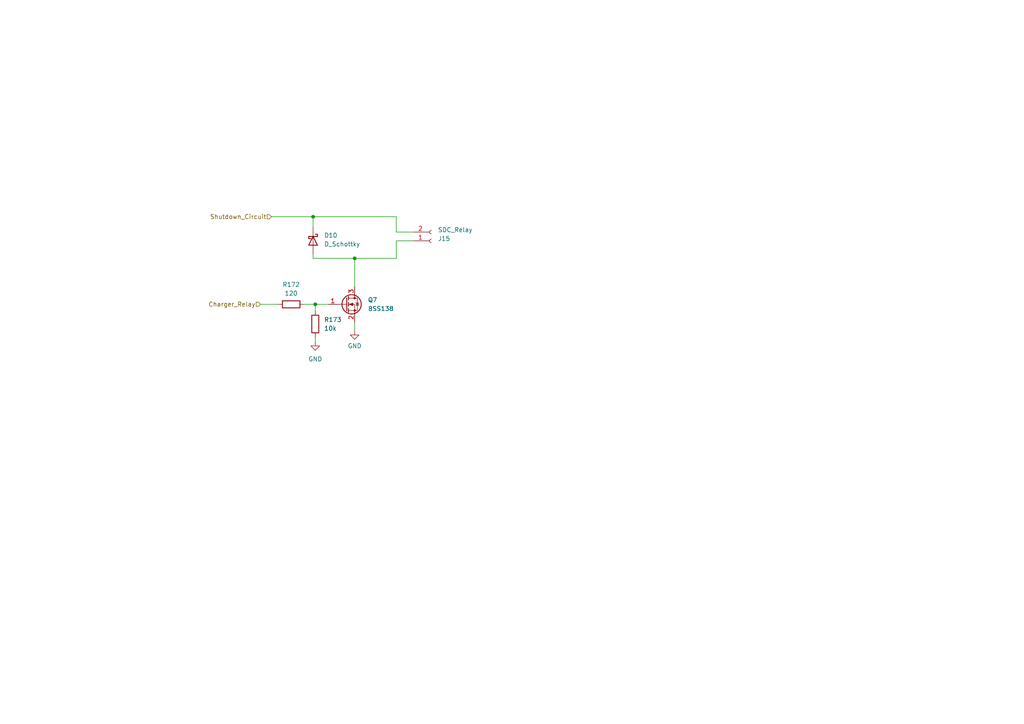
<source format=kicad_sch>
(kicad_sch (version 20230121) (generator eeschema)

  (uuid fe6cb174-9f9c-4473-88de-07e9b7e58eed)

  (paper "A4")

  (lib_symbols
    (symbol "Connector:Conn_01x02_Socket" (pin_names (offset 1.016) hide) (in_bom yes) (on_board yes)
      (property "Reference" "J" (at 0 2.54 0)
        (effects (font (size 1.27 1.27)))
      )
      (property "Value" "Conn_01x02_Socket" (at 0 -5.08 0)
        (effects (font (size 1.27 1.27)))
      )
      (property "Footprint" "" (at 0 0 0)
        (effects (font (size 1.27 1.27)) hide)
      )
      (property "Datasheet" "~" (at 0 0 0)
        (effects (font (size 1.27 1.27)) hide)
      )
      (property "ki_locked" "" (at 0 0 0)
        (effects (font (size 1.27 1.27)))
      )
      (property "ki_keywords" "connector" (at 0 0 0)
        (effects (font (size 1.27 1.27)) hide)
      )
      (property "ki_description" "Generic connector, single row, 01x02, script generated" (at 0 0 0)
        (effects (font (size 1.27 1.27)) hide)
      )
      (property "ki_fp_filters" "Connector*:*_1x??_*" (at 0 0 0)
        (effects (font (size 1.27 1.27)) hide)
      )
      (symbol "Conn_01x02_Socket_1_1"
        (arc (start 0 -2.032) (mid -0.5058 -2.54) (end 0 -3.048)
          (stroke (width 0.1524) (type default))
          (fill (type none))
        )
        (polyline
          (pts
            (xy -1.27 -2.54)
            (xy -0.508 -2.54)
          )
          (stroke (width 0.1524) (type default))
          (fill (type none))
        )
        (polyline
          (pts
            (xy -1.27 0)
            (xy -0.508 0)
          )
          (stroke (width 0.1524) (type default))
          (fill (type none))
        )
        (arc (start 0 0.508) (mid -0.5058 0) (end 0 -0.508)
          (stroke (width 0.1524) (type default))
          (fill (type none))
        )
        (pin passive line (at -5.08 0 0) (length 3.81)
          (name "Pin_1" (effects (font (size 1.27 1.27))))
          (number "1" (effects (font (size 1.27 1.27))))
        )
        (pin passive line (at -5.08 -2.54 0) (length 3.81)
          (name "Pin_2" (effects (font (size 1.27 1.27))))
          (number "2" (effects (font (size 1.27 1.27))))
        )
      )
    )
    (symbol "Device:D_Schottky" (pin_numbers hide) (pin_names (offset 1.016) hide) (in_bom yes) (on_board yes)
      (property "Reference" "D" (at 0 2.54 0)
        (effects (font (size 1.27 1.27)))
      )
      (property "Value" "D_Schottky" (at 0 -2.54 0)
        (effects (font (size 1.27 1.27)))
      )
      (property "Footprint" "" (at 0 0 0)
        (effects (font (size 1.27 1.27)) hide)
      )
      (property "Datasheet" "~" (at 0 0 0)
        (effects (font (size 1.27 1.27)) hide)
      )
      (property "ki_keywords" "diode Schottky" (at 0 0 0)
        (effects (font (size 1.27 1.27)) hide)
      )
      (property "ki_description" "Schottky diode" (at 0 0 0)
        (effects (font (size 1.27 1.27)) hide)
      )
      (property "ki_fp_filters" "TO-???* *_Diode_* *SingleDiode* D_*" (at 0 0 0)
        (effects (font (size 1.27 1.27)) hide)
      )
      (symbol "D_Schottky_0_1"
        (polyline
          (pts
            (xy 1.27 0)
            (xy -1.27 0)
          )
          (stroke (width 0) (type default))
          (fill (type none))
        )
        (polyline
          (pts
            (xy 1.27 1.27)
            (xy 1.27 -1.27)
            (xy -1.27 0)
            (xy 1.27 1.27)
          )
          (stroke (width 0.254) (type default))
          (fill (type none))
        )
        (polyline
          (pts
            (xy -1.905 0.635)
            (xy -1.905 1.27)
            (xy -1.27 1.27)
            (xy -1.27 -1.27)
            (xy -0.635 -1.27)
            (xy -0.635 -0.635)
          )
          (stroke (width 0.254) (type default))
          (fill (type none))
        )
      )
      (symbol "D_Schottky_1_1"
        (pin passive line (at -3.81 0 0) (length 2.54)
          (name "K" (effects (font (size 1.27 1.27))))
          (number "1" (effects (font (size 1.27 1.27))))
        )
        (pin passive line (at 3.81 0 180) (length 2.54)
          (name "A" (effects (font (size 1.27 1.27))))
          (number "2" (effects (font (size 1.27 1.27))))
        )
      )
    )
    (symbol "Device:R" (pin_numbers hide) (pin_names (offset 0)) (in_bom yes) (on_board yes)
      (property "Reference" "R" (at 2.032 0 90)
        (effects (font (size 1.27 1.27)))
      )
      (property "Value" "R" (at 0 0 90)
        (effects (font (size 1.27 1.27)))
      )
      (property "Footprint" "" (at -1.778 0 90)
        (effects (font (size 1.27 1.27)) hide)
      )
      (property "Datasheet" "~" (at 0 0 0)
        (effects (font (size 1.27 1.27)) hide)
      )
      (property "ki_keywords" "R res resistor" (at 0 0 0)
        (effects (font (size 1.27 1.27)) hide)
      )
      (property "ki_description" "Resistor" (at 0 0 0)
        (effects (font (size 1.27 1.27)) hide)
      )
      (property "ki_fp_filters" "R_*" (at 0 0 0)
        (effects (font (size 1.27 1.27)) hide)
      )
      (symbol "R_0_1"
        (rectangle (start -1.016 -2.54) (end 1.016 2.54)
          (stroke (width 0.254) (type default))
          (fill (type none))
        )
      )
      (symbol "R_1_1"
        (pin passive line (at 0 3.81 270) (length 1.27)
          (name "~" (effects (font (size 1.27 1.27))))
          (number "1" (effects (font (size 1.27 1.27))))
        )
        (pin passive line (at 0 -3.81 90) (length 1.27)
          (name "~" (effects (font (size 1.27 1.27))))
          (number "2" (effects (font (size 1.27 1.27))))
        )
      )
    )
    (symbol "Transistor_FET:BSS138" (pin_names hide) (in_bom yes) (on_board yes)
      (property "Reference" "Q" (at 5.08 1.905 0)
        (effects (font (size 1.27 1.27)) (justify left))
      )
      (property "Value" "BSS138" (at 5.08 0 0)
        (effects (font (size 1.27 1.27)) (justify left))
      )
      (property "Footprint" "Package_TO_SOT_SMD:SOT-23" (at 5.08 -1.905 0)
        (effects (font (size 1.27 1.27) italic) (justify left) hide)
      )
      (property "Datasheet" "https://www.onsemi.com/pub/Collateral/BSS138-D.PDF" (at 0 0 0)
        (effects (font (size 1.27 1.27)) (justify left) hide)
      )
      (property "ki_keywords" "N-Channel MOSFET" (at 0 0 0)
        (effects (font (size 1.27 1.27)) hide)
      )
      (property "ki_description" "50V Vds, 0.22A Id, N-Channel MOSFET, SOT-23" (at 0 0 0)
        (effects (font (size 1.27 1.27)) hide)
      )
      (property "ki_fp_filters" "SOT?23*" (at 0 0 0)
        (effects (font (size 1.27 1.27)) hide)
      )
      (symbol "BSS138_0_1"
        (polyline
          (pts
            (xy 0.254 0)
            (xy -2.54 0)
          )
          (stroke (width 0) (type default))
          (fill (type none))
        )
        (polyline
          (pts
            (xy 0.254 1.905)
            (xy 0.254 -1.905)
          )
          (stroke (width 0.254) (type default))
          (fill (type none))
        )
        (polyline
          (pts
            (xy 0.762 -1.27)
            (xy 0.762 -2.286)
          )
          (stroke (width 0.254) (type default))
          (fill (type none))
        )
        (polyline
          (pts
            (xy 0.762 0.508)
            (xy 0.762 -0.508)
          )
          (stroke (width 0.254) (type default))
          (fill (type none))
        )
        (polyline
          (pts
            (xy 0.762 2.286)
            (xy 0.762 1.27)
          )
          (stroke (width 0.254) (type default))
          (fill (type none))
        )
        (polyline
          (pts
            (xy 2.54 2.54)
            (xy 2.54 1.778)
          )
          (stroke (width 0) (type default))
          (fill (type none))
        )
        (polyline
          (pts
            (xy 2.54 -2.54)
            (xy 2.54 0)
            (xy 0.762 0)
          )
          (stroke (width 0) (type default))
          (fill (type none))
        )
        (polyline
          (pts
            (xy 0.762 -1.778)
            (xy 3.302 -1.778)
            (xy 3.302 1.778)
            (xy 0.762 1.778)
          )
          (stroke (width 0) (type default))
          (fill (type none))
        )
        (polyline
          (pts
            (xy 1.016 0)
            (xy 2.032 0.381)
            (xy 2.032 -0.381)
            (xy 1.016 0)
          )
          (stroke (width 0) (type default))
          (fill (type outline))
        )
        (polyline
          (pts
            (xy 2.794 0.508)
            (xy 2.921 0.381)
            (xy 3.683 0.381)
            (xy 3.81 0.254)
          )
          (stroke (width 0) (type default))
          (fill (type none))
        )
        (polyline
          (pts
            (xy 3.302 0.381)
            (xy 2.921 -0.254)
            (xy 3.683 -0.254)
            (xy 3.302 0.381)
          )
          (stroke (width 0) (type default))
          (fill (type none))
        )
        (circle (center 1.651 0) (radius 2.794)
          (stroke (width 0.254) (type default))
          (fill (type none))
        )
        (circle (center 2.54 -1.778) (radius 0.254)
          (stroke (width 0) (type default))
          (fill (type outline))
        )
        (circle (center 2.54 1.778) (radius 0.254)
          (stroke (width 0) (type default))
          (fill (type outline))
        )
      )
      (symbol "BSS138_1_1"
        (pin input line (at -5.08 0 0) (length 2.54)
          (name "G" (effects (font (size 1.27 1.27))))
          (number "1" (effects (font (size 1.27 1.27))))
        )
        (pin passive line (at 2.54 -5.08 90) (length 2.54)
          (name "S" (effects (font (size 1.27 1.27))))
          (number "2" (effects (font (size 1.27 1.27))))
        )
        (pin passive line (at 2.54 5.08 270) (length 2.54)
          (name "D" (effects (font (size 1.27 1.27))))
          (number "3" (effects (font (size 1.27 1.27))))
        )
      )
    )
    (symbol "power:GND" (power) (pin_names (offset 0)) (in_bom yes) (on_board yes)
      (property "Reference" "#PWR" (at 0 -6.35 0)
        (effects (font (size 1.27 1.27)) hide)
      )
      (property "Value" "GND" (at 0 -3.81 0)
        (effects (font (size 1.27 1.27)))
      )
      (property "Footprint" "" (at 0 0 0)
        (effects (font (size 1.27 1.27)) hide)
      )
      (property "Datasheet" "" (at 0 0 0)
        (effects (font (size 1.27 1.27)) hide)
      )
      (property "ki_keywords" "global power" (at 0 0 0)
        (effects (font (size 1.27 1.27)) hide)
      )
      (property "ki_description" "Power symbol creates a global label with name \"GND\" , ground" (at 0 0 0)
        (effects (font (size 1.27 1.27)) hide)
      )
      (symbol "GND_0_1"
        (polyline
          (pts
            (xy 0 0)
            (xy 0 -1.27)
            (xy 1.27 -1.27)
            (xy 0 -2.54)
            (xy -1.27 -1.27)
            (xy 0 -1.27)
          )
          (stroke (width 0) (type default))
          (fill (type none))
        )
      )
      (symbol "GND_1_1"
        (pin power_in line (at 0 0 270) (length 0) hide
          (name "GND" (effects (font (size 1.27 1.27))))
          (number "1" (effects (font (size 1.27 1.27))))
        )
      )
    )
  )

  (junction (at 102.87 74.93) (diameter 0) (color 0 0 0 0)
    (uuid 4b67a7a0-c835-4090-8bf4-e07788b5a0bf)
  )
  (junction (at 91.44 88.265) (diameter 0) (color 0 0 0 0)
    (uuid 53e5b23b-84ca-4fab-898f-72a5a663f7da)
  )
  (junction (at 90.805 62.865) (diameter 0) (color 0 0 0 0)
    (uuid 6f866233-3f9b-4ba8-8406-1bd1b07dc806)
  )

  (wire (pts (xy 102.87 93.345) (xy 102.87 95.885))
    (stroke (width 0) (type default))
    (uuid 06b3a24a-65ec-4fdc-9acf-413058f3e9ec)
  )
  (wire (pts (xy 91.44 90.17) (xy 91.44 88.265))
    (stroke (width 0) (type default))
    (uuid 28e3f618-fda5-4aed-b0e4-2ff2dd4bb78a)
  )
  (wire (pts (xy 114.935 67.31) (xy 120.015 67.31))
    (stroke (width 0) (type default))
    (uuid 297d5632-3835-4b2b-84a4-a03ee8fb712a)
  )
  (wire (pts (xy 90.805 62.865) (xy 90.805 66.04))
    (stroke (width 0) (type default))
    (uuid 4756d91a-4b98-4cf7-85bb-3e31c40d51ee)
  )
  (wire (pts (xy 102.87 74.93) (xy 90.805 74.93))
    (stroke (width 0) (type default))
    (uuid 63f4c666-f08c-43fd-9d32-3da4ba29f592)
  )
  (wire (pts (xy 78.74 62.865) (xy 90.805 62.865))
    (stroke (width 0) (type default))
    (uuid 67180cb6-90c4-4b81-81f6-8f0bd6c9d21f)
  )
  (wire (pts (xy 114.935 74.93) (xy 102.87 74.93))
    (stroke (width 0) (type default))
    (uuid 7c7c80d2-8205-442b-9e07-3ef6b8265aa4)
  )
  (wire (pts (xy 102.87 83.185) (xy 102.87 74.93))
    (stroke (width 0) (type default))
    (uuid 8744f044-1cfa-4dde-9a0c-53e24f197229)
  )
  (wire (pts (xy 90.805 74.93) (xy 90.805 73.66))
    (stroke (width 0) (type default))
    (uuid a983f906-7f2a-4623-af6c-526999170229)
  )
  (wire (pts (xy 91.44 88.265) (xy 95.25 88.265))
    (stroke (width 0) (type default))
    (uuid abddfa9a-584e-4b4f-ab42-6d6f8f813f40)
  )
  (wire (pts (xy 114.935 69.85) (xy 120.015 69.85))
    (stroke (width 0) (type default))
    (uuid b99569c6-8022-4d2e-a6f4-a26e15646d1b)
  )
  (wire (pts (xy 114.935 62.865) (xy 114.935 67.31))
    (stroke (width 0) (type default))
    (uuid c1c88858-81e0-4d2f-abb2-b17260d22ece)
  )
  (wire (pts (xy 88.265 88.265) (xy 91.44 88.265))
    (stroke (width 0) (type default))
    (uuid c2044af7-4442-4cac-a425-be5cd1a86d42)
  )
  (wire (pts (xy 114.935 69.85) (xy 114.935 74.93))
    (stroke (width 0) (type default))
    (uuid e1d98add-dd60-4c4d-992c-ad2d7c9a54a0)
  )
  (wire (pts (xy 91.44 97.79) (xy 91.44 99.06))
    (stroke (width 0) (type default))
    (uuid e76b7b34-7c9b-4ce9-918e-75f5c8c4ed8b)
  )
  (wire (pts (xy 75.565 88.265) (xy 80.645 88.265))
    (stroke (width 0) (type default))
    (uuid e7e3f610-5644-4b96-a44f-af1172a95132)
  )
  (wire (pts (xy 90.805 62.865) (xy 114.935 62.865))
    (stroke (width 0) (type default))
    (uuid e8b8a881-5545-4291-b5cf-aedb7a6c9977)
  )

  (hierarchical_label "Shutdown_Circuit" (shape input) (at 78.74 62.865 180) (fields_autoplaced)
    (effects (font (size 1.27 1.27)) (justify right))
    (uuid 4698ffce-abea-4903-80b3-f95e2e5e18d8)
  )
  (hierarchical_label "Charger_Relay" (shape input) (at 75.565 88.265 180) (fields_autoplaced)
    (effects (font (size 1.27 1.27)) (justify right))
    (uuid bc89dcb2-0443-434a-b137-f90400069c67)
  )

  (symbol (lib_id "Device:D_Schottky") (at 90.805 69.85 270) (unit 1)
    (in_bom yes) (on_board yes) (dnp no) (fields_autoplaced)
    (uuid 3d70af5c-11eb-4b37-9c5e-039a5c87a2f8)
    (property "Reference" "D10" (at 93.98 68.2624 90)
      (effects (font (size 1.27 1.27)) (justify left))
    )
    (property "Value" "D_Schottky" (at 93.98 70.8024 90)
      (effects (font (size 1.27 1.27)) (justify left))
    )
    (property "Footprint" "Diode_SMD:D_SMA" (at 90.805 69.85 0)
      (effects (font (size 1.27 1.27)) hide)
    )
    (property "Datasheet" "~" (at 90.805 69.85 0)
      (effects (font (size 1.27 1.27)) hide)
    )
    (pin "1" (uuid dab83d94-1800-4ff2-bf4b-30aa0ee9697b))
    (pin "2" (uuid 529c4bb1-0898-4fe5-b47e-61d3b7e5b819))
    (instances
      (project "FT23_Charger"
        (path "/e63e39d7-6ac0-4ffd-8aa3-1841a4541b55/5d7ad868-fe8d-4586-bec5-c912a0440450"
          (reference "D10") (unit 1)
        )
        (path "/e63e39d7-6ac0-4ffd-8aa3-1841a4541b55/978eee6e-9c15-4f3b-84df-d36fecce49f9"
          (reference "D19") (unit 1)
        )
      )
    )
  )

  (symbol (lib_id "Transistor_FET:BSS138") (at 100.33 88.265 0) (unit 1)
    (in_bom yes) (on_board yes) (dnp no) (fields_autoplaced)
    (uuid 4f848a36-6c19-4fba-b6a9-d9f296a58781)
    (property "Reference" "Q7" (at 106.68 86.9949 0)
      (effects (font (size 1.27 1.27)) (justify left))
    )
    (property "Value" "BSS138" (at 106.68 89.5349 0)
      (effects (font (size 1.27 1.27)) (justify left))
    )
    (property "Footprint" "Package_TO_SOT_SMD:SOT-23" (at 105.41 90.17 0)
      (effects (font (size 1.27 1.27) italic) (justify left) hide)
    )
    (property "Datasheet" "https://www.onsemi.com/pub/Collateral/BSS138-D.PDF" (at 100.33 88.265 0)
      (effects (font (size 1.27 1.27)) (justify left) hide)
    )
    (pin "1" (uuid 56dba8c7-c71f-4d91-bd93-1f8bd56aa0d9))
    (pin "2" (uuid eeacf6ab-2790-4ea7-b59f-77c570ced47f))
    (pin "3" (uuid 337849c6-a9f0-4e03-8e7a-d6cd304ed47c))
    (instances
      (project "FT23_Charger"
        (path "/e63e39d7-6ac0-4ffd-8aa3-1841a4541b55/978eee6e-9c15-4f3b-84df-d36fecce49f9"
          (reference "Q7") (unit 1)
        )
      )
    )
  )

  (symbol (lib_id "Connector:Conn_01x02_Socket") (at 125.095 69.85 0) (mirror x) (unit 1)
    (in_bom yes) (on_board yes) (dnp no)
    (uuid 7a657eba-8403-40e2-9057-5313125b9532)
    (property "Reference" "J15" (at 127 69.215 0)
      (effects (font (size 1.27 1.27)) (justify left))
    )
    (property "Value" "SDC_Relay" (at 127 66.675 0)
      (effects (font (size 1.27 1.27)) (justify left))
    )
    (property "Footprint" "Connector_JST:JST_XH_S2B-XH-A-1_1x02_P2.50mm_Horizontal" (at 125.095 69.85 0)
      (effects (font (size 1.27 1.27)) hide)
    )
    (property "Datasheet" "~" (at 125.095 69.85 0)
      (effects (font (size 1.27 1.27)) hide)
    )
    (pin "1" (uuid d1423850-d44f-4b96-aaaf-3cb6167c74bc))
    (pin "2" (uuid ca342af9-7a69-45e2-9033-d9f3444f8aec))
    (instances
      (project "FT23_Charger"
        (path "/e63e39d7-6ac0-4ffd-8aa3-1841a4541b55/978eee6e-9c15-4f3b-84df-d36fecce49f9"
          (reference "J15") (unit 1)
        )
      )
    )
  )

  (symbol (lib_id "power:GND") (at 102.87 95.885 0) (unit 1)
    (in_bom yes) (on_board yes) (dnp no) (fields_autoplaced)
    (uuid c24dccc6-c65c-4270-bcd9-8193bc382941)
    (property "Reference" "#PWR0211" (at 102.87 102.235 0)
      (effects (font (size 1.27 1.27)) hide)
    )
    (property "Value" "GND" (at 102.87 100.33 0)
      (effects (font (size 1.27 1.27)))
    )
    (property "Footprint" "" (at 102.87 95.885 0)
      (effects (font (size 1.27 1.27)) hide)
    )
    (property "Datasheet" "" (at 102.87 95.885 0)
      (effects (font (size 1.27 1.27)) hide)
    )
    (pin "1" (uuid 13da5cbb-410b-4122-909f-b09e264a5de2))
    (instances
      (project "FT23_Charger"
        (path "/e63e39d7-6ac0-4ffd-8aa3-1841a4541b55/978eee6e-9c15-4f3b-84df-d36fecce49f9"
          (reference "#PWR0211") (unit 1)
        )
      )
    )
  )

  (symbol (lib_id "Device:R") (at 84.455 88.265 90) (unit 1)
    (in_bom yes) (on_board yes) (dnp no) (fields_autoplaced)
    (uuid c7d6d8d7-485e-412e-b2a5-56e0b4f3ae21)
    (property "Reference" "R172" (at 84.455 82.55 90)
      (effects (font (size 1.27 1.27)))
    )
    (property "Value" "120" (at 84.455 85.09 90)
      (effects (font (size 1.27 1.27)))
    )
    (property "Footprint" "Resistor_SMD:R_0603_1608Metric" (at 84.455 90.043 90)
      (effects (font (size 1.27 1.27)) hide)
    )
    (property "Datasheet" "~" (at 84.455 88.265 0)
      (effects (font (size 1.27 1.27)) hide)
    )
    (pin "1" (uuid df15e496-3a12-48a9-939b-690366accaaf))
    (pin "2" (uuid ad16dd62-f001-46e4-b139-f362460b9b26))
    (instances
      (project "FT23_Charger"
        (path "/e63e39d7-6ac0-4ffd-8aa3-1841a4541b55/978eee6e-9c15-4f3b-84df-d36fecce49f9"
          (reference "R172") (unit 1)
        )
      )
    )
  )

  (symbol (lib_id "power:GND") (at 91.44 99.06 0) (unit 1)
    (in_bom yes) (on_board yes) (dnp no) (fields_autoplaced)
    (uuid d7edae7a-9cc7-47ca-a5ee-f3c899f0ee47)
    (property "Reference" "#PWR0212" (at 91.44 105.41 0)
      (effects (font (size 1.27 1.27)) hide)
    )
    (property "Value" "GND" (at 91.44 104.14 0)
      (effects (font (size 1.27 1.27)))
    )
    (property "Footprint" "" (at 91.44 99.06 0)
      (effects (font (size 1.27 1.27)) hide)
    )
    (property "Datasheet" "" (at 91.44 99.06 0)
      (effects (font (size 1.27 1.27)) hide)
    )
    (pin "1" (uuid 0983faa3-eb83-473c-85fb-963f2a3cedac))
    (instances
      (project "FT23_Charger"
        (path "/e63e39d7-6ac0-4ffd-8aa3-1841a4541b55/978eee6e-9c15-4f3b-84df-d36fecce49f9"
          (reference "#PWR0212") (unit 1)
        )
      )
    )
  )

  (symbol (lib_id "Device:R") (at 91.44 93.98 0) (unit 1)
    (in_bom yes) (on_board yes) (dnp no) (fields_autoplaced)
    (uuid fe31ad15-0def-4767-94f4-fb3536403ca1)
    (property "Reference" "R173" (at 93.98 92.7099 0)
      (effects (font (size 1.27 1.27)) (justify left))
    )
    (property "Value" "10k" (at 93.98 95.2499 0)
      (effects (font (size 1.27 1.27)) (justify left))
    )
    (property "Footprint" "Resistor_SMD:R_0603_1608Metric" (at 89.662 93.98 90)
      (effects (font (size 1.27 1.27)) hide)
    )
    (property "Datasheet" "~" (at 91.44 93.98 0)
      (effects (font (size 1.27 1.27)) hide)
    )
    (pin "1" (uuid cb465e0a-441d-438b-8715-90355ab91c10))
    (pin "2" (uuid def4f0f9-34cf-463f-8a7b-5e1eac98c7e8))
    (instances
      (project "FT23_Charger"
        (path "/e63e39d7-6ac0-4ffd-8aa3-1841a4541b55/978eee6e-9c15-4f3b-84df-d36fecce49f9"
          (reference "R173") (unit 1)
        )
      )
    )
  )
)

</source>
